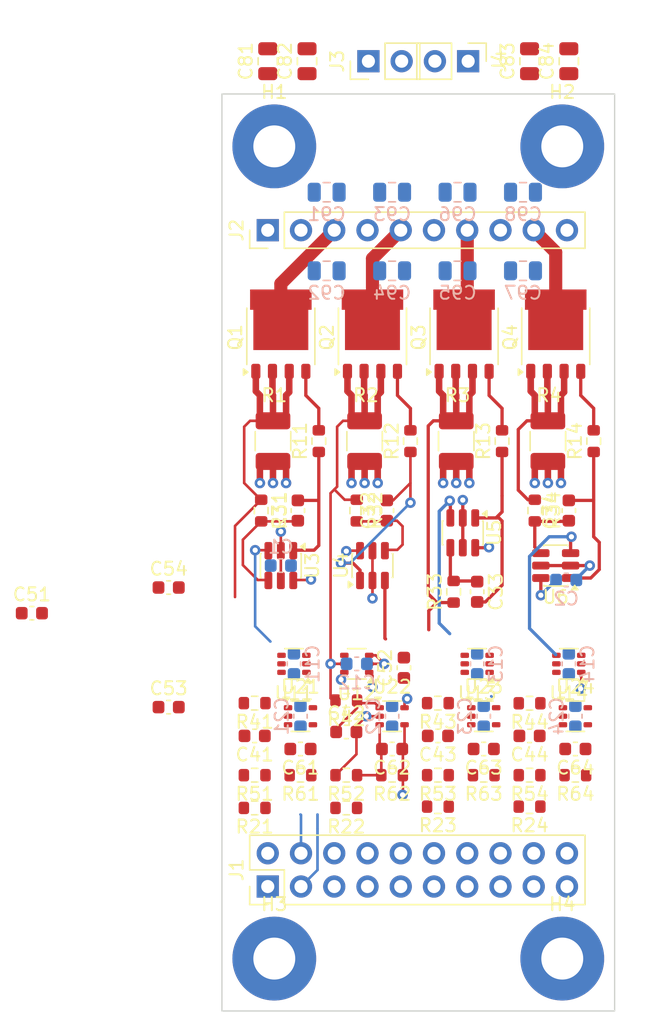
<source format=kicad_pcb>
(kicad_pcb (version 20241229) (generator "pcbnew") (generator_version "9.0")
  (layers (0 "F.Cu" signal) (4 "In1.Cu" power) (6 "In2.Cu" power) (2 "B.Cu" signal) (13 "F.Paste" user) (15 "B.Paste" user) (5 "F.SilkS" user "F.Silkscreen") (7 "B.SilkS" user "B.Silkscreen") (1 "F.Mask" user) (3 "B.Mask" user) (25 "Edge.Cuts" user))
  (net 0 "")
  (net 1 "GND")
  (net 2 "+12V")
  (net 3 "+3.3V")
  (net 4 "/Driver1/FB")
  (net 5 "/Driver1/OUT")
  (net 6 "/Driver2/OUT")
  (net 7 "/Driver2/FB")
  (net 8 "/Driver3/OUT")
  (net 9 "/Driver3/FB")
  (net 10 "/Driver4/FB")
  (net 11 "/Driver4/OUT")
  (net 12 "/Driver1/FILTER")
  (net 13 "/Driver2/FILTER")
  (net 14 "/Driver3/FILTER")
  (net 15 "/Driver4/FILTER")
  (net 16 "/Driver1/FILTER_FB")
  (net 17 "/SENSE1")
  (net 18 "/Driver2/FILTER_FB")
  (net 19 "/SENSE2")
  (net 20 "/Driver3/FILTER_FB")
  (net 21 "/SENSE3")
  (net 22 "/SENSE4")
  (net 23 "/Driver4/FILTER_FB")
  (net 24 "/DAC1")
  (net 25 "/SEL2")
  (net 26 "/SEL3")
  (net 27 "/SEL1")
  (net 28 "/SEL4")
  (net 29 "/LED4")
  (net 30 "/LED1")
  (net 31 "/LED3")
  (net 32 "/LED2")
  (net 33 "/Driver1/GATE")
  (net 34 "/Driver1/SENSE_R")
  (net 35 "/Driver2/SENSE_R")
  (net 36 "/Driver2/GATE")
  (net 37 "/Driver3/SENSE_R")
  (net 38 "/Driver3/GATE")
  (net 39 "/Driver4/SENSE_R")
  (net 40 "/Driver4/GATE")
  (net 41 "/Driver2/REF")
  (net 42 "/Driver1/REF")
  (net 43 "/Driver3/REF")
  (net 44 "/Driver4/REF")
  (net 45 "/DAC2")
  (net 46 "/Connectors/SPARE1")
  (net 47 "/Connectors/SPARE2")
  (footprint "$Local:MountingHole_3.2mm_M3_Pad" (layer "F.Cu") (at 26 -4)
    (property "Reference" "H4")
    (property "Value" "MountingHole_Pad")
  )
  (footprint "$Local:MountingHole_3.2mm_M3_Pad" (layer "F.Cu") (at 4 -4)
    (property "Reference" "H3")
    (property "Value" "MountingHole_Pad")
  )
  (footprint "$Local:R_0603_1608Metric" (layer "F.Cu") (at 23.5 -18 180)
    (property "Reference" "R54")
    (property "Value" "10K 1%")
  )
  (footprint "$Local:C_0603_1608Metric" (layer "F.Cu") (at 12.6 -38.2 90)
    (property "Reference" "C32")
    (property "Value" "1nF 50V")
  )
  (footprint "$Local:C_0603_1608Metric" (layer "F.Cu") (at 27 -20 180)
    (property "Reference" "C64")
    (property "Value" "100nF 50V")
  )
  (footprint "Package_TO_SOT_SMD:TSOT-23-6" (layer "F.Cu") (at 25.5 -34 180)
    (property "Reference" "U6")
    (property "Value" "ADA4099-2xR")
  )
  (footprint "$Local:C_0603_1608Metric" (layer "F.Cu") (at 13.9 -26.2 90)
    (property "Reference" "C52")
    (property "Value" "100pF")
  )
  (footprint "$Local:R_0603_1608Metric" (layer "F.Cu") (at 17.7 -32 90)
    (property "Reference" "R33")
    (property "Value" "1K 1%")
  )
  (footprint "$Local:PinHeader_1x10_P2.54mm_Vertical" (layer "F.Cu") (at 3.5 -59.6 90)
    (property "Reference" "J2")
    (property "Value" "Conn_01x10")
  )
  (footprint "$Local:C_0603_1608Metric" (layer "F.Cu") (at 20 -20 180)
    (property "Reference" "C63")
    (property "Value" "100nF 50V")
  )
  (footprint "Package_TO_SOT_SMD:SOT-353_SC-70-5" (layer "F.Cu") (at 20 -22.5)
    (property "Reference" "U23")
    (property "Value" "OPA333")
  )
  (footprint "$Local:R_0603_1608Metric" (layer "F.Cu") (at 9.5 -18 180)
    (property "Reference" "R52")
    (property "Value" "10K 1%")
  )
  (footprint "$Local:PinHeader_1x02_P2.54mm_Vertical" (layer "F.Cu") (at 11.19 -72.5 90)
    (property "Reference" "J3")
    (property "Value" "Conn_01x02")
  )
  (footprint "$Local:C_0805_2012Metric" (layer "F.Cu") (at 26.5 -72.5 90)
    (property "Reference" "C84")
    (property "Value" "10UF 25V")
  )
  (footprint "$Local:C_0603_1608Metric" (layer "F.Cu") (at 23.5 -21 180)
    (property "Reference" "C44")
    (property "Value" "1uF 50V")
  )
  (footprint "$Local:R_0603_1608Metric" (layer "F.Cu") (at 23.5 -15.6 180)
    (property "Reference" "R24")
    (property "Value" "10K 1%")
  )
  (footprint "$Local:R_0603_1608Metric" (layer "F.Cu") (at 23.9 -38.2 -90)
    (property "Reference" "R34")
    (property "Value" "1K 1%")
  )
  (footprint "$Local:PinHeader_1x02_P2.54mm_Vertical" (layer "F.Cu") (at 18.81 -72.5 -90)
    (property "Reference" "J4")
    (property "Value" "Conn_01x02")
  )
  (footprint "$Local:R_0603_1608Metric" (layer "F.Cu") (at 7.4 -43.5 90)
    (property "Reference" "R11")
    (property "Value" "100 1%")
  )
  (footprint "$Local:R_0603_1608Metric" (layer "F.Cu") (at 16.5 -23.5 180)
    (property "Reference" "R43")
    (property "Value" "10K 1%")
  )
  (footprint "$Local:R_0603_1608Metric" (layer "F.Cu") (at 10.3 -38.2 -90)
    (property "Reference" "R32")
    (property "Value" "1K 1%")
  )
  (footprint "$Local:PinHeader_2x10_P2.54mm_Vertical" (layer "F.Cu") (at 3.5 -9.5 90)
    (property "Reference" "J1")
    (property "Value" "Conn_02x10_Odd_Even")
  )
  (footprint "$Local:R_0603_1608Metric" (layer "F.Cu") (at 23.5 -23.49 180)
    (property "Reference" "R44")
    (property "Value" "10K 1%")
  )
  (footprint "$Local:R_0603_1608Metric" (layer "F.Cu") (at 16.5 -18 180)
    (property "Reference" "R53")
    (property "Value" "10K 1%")
  )
  (footprint "$Local:C_0805_2012Metric" (layer "F.Cu") (at 6.5 -72.5 90)
    (property "Reference" "C82")
    (property "Value" "10UF 25V")
  )
  (footprint "$Local:C_0805_2012Metric" (layer "F.Cu") (at 23.5 -72.5 90)
    (property "Reference" "C83")
    (property "Value" "10UF 25V")
  )
  (footprint "$Local:R_0603_1608Metric" (layer "F.Cu") (at 9.5 -23.7 180)
    (property "Reference" "R42")
    (property "Value" "10K 1%")
  )
  (footprint "$Local:C_0603_1608Metric" (layer "F.Cu") (at 19.5 -32 -90)
    (property "Reference" "C33")
    (property "Value" "1nF 50V")
  )
  (footprint "$Local:C_0603_1608Metric" (layer "F.Cu") (at 9.5 -21.3)
    (property "Reference" "C42")
    (property "Value" "1uF 50V")
  )
  (footprint "$Local:C_0603_1608Metric" (layer "F.Cu") (at 26.5 -38.2 90)
    (property "Reference" "C34")
    (property "Value" "1nF 50V")
  )
  (footprint "Package_TO_SOT_SMD:SOT-353_SC-70-5" (layer "F.Cu") (at 27 -22.5)
    (property "Reference" "U24")
    (property "Value" "OPA333")
  )
  (footprint "$Local:R_0603_1608Metric" (layer "F.Cu") (at 2.5 -23.5 180)
    (property "Reference" "R41")
    (property "Value" "10K 1%")
  )
  (footprint "$Local:R_0603_1608Metric" (layer "F.Cu") (at 3 -38.2 -90)
    (property "Reference" "R31")
    (property "Value" "1K 1%")
  )
  (footprint "$Local:R_0603_1608Metric" (layer "F.Cu") (at 16.5 -15.6 180)
    (property "Reference" "R23")
    (property "Value" "10K 1%")
  )
  (footprint "$Local:C_0603_1608Metric" (layer "F.Cu") (at 2.5 -21 180)
    (property "Reference" "C41")
    (property "Value" "1uF 50V")
  )
  (footprint "$Local:R_0603_1608Metric" (layer "F.Cu") (at 14.4 -43.5 90)
    (property "Reference" "R12")
    (property "Value" "100 1%")
  )
  (footprint "$Local:SOT-363_SC-70-6" (layer "F.Cu") (at 19.5 -26.5 180)
    (property "Reference" "U13")
    (property "Value" "TS5A3159ADCK")
  )
  (footprint "$Local:R_1210_3225Metric_Pad1.30x2.65mm_HandSolder" (layer "F.Cu") (at 24.9 -43.5 -90)
    (property "Reference" "R4")
    (property "Value" "0.510 1%")
  )
  (footprint "$Local:R_0603_1608Metric" (layer "F.Cu") (at 27 -18 180)
    (property "Reference" "R64")
    (property "Value" "90.9K 1%")
  )
  (footprint "$Local:R_0603_1608Metric" (layer "F.Cu") (at 9.5 -15.5 180)
    (property "Reference" "R22")
    (property "Value" "10K 1%")
  )
  (footprint "Package_TO_SOT_SMD:SOT-353_SC-70-5" (layer "F.Cu") (at 13 -22.5)
    (property "Reference" "U22")
    (property "Value" "OPA333")
  )
  (footprint "$Local:C_0603_1608Metric" (layer "F.Cu") (at 13 -20 180)
    (property "Reference" "C62")
    (property "Value" "100nF 50V")
  )
  (footprint "$Local:SOT-363_SC-70-6" (layer "F.Cu") (at 5.5 -26.5 180)
    (property "Reference" "U11")
    (property "Value" "TS5A3159ADCK")
  )
  (footprint "$Local:C_0805_2012Metric" (layer "F.Cu") (at 3.5 -72.5 90)
    (property "Reference" "C81")
    (property "Value" "10UF 25V")
  )
  (footprint "$Local:LFPAK56" (layer "F.Cu") (at 18.5 -51.5 90)
    (property "Reference" "Q3")
    (property "Value" "PSMN4R0-30YLDX")
  )
  (footprint "$Local:R_0603_1608Metric" (layer "F.Cu") (at 21.4 -43.5 90)
    (property "Reference" "R13")
    (property "Value" "100 1%")
  )
  (footprint "$Local:R_1210_3225Metric_Pad1.30x2.65mm_HandSolder" (layer "F.Cu") (at 17.9 -43.5 -90)
    (property "Reference" "R3")
    (property "Value" "0.510 1%")
  )
  (footprint "$Local:R_0603_1608Metric" (layer "F.Cu") (at 13 -18 180)
    (property "Reference" "R62")
    (property "Value" "90.9K 1%")
  )
  (footprint "$Local:MountingHole_3.2mm_M3_Pad" (layer "F.Cu") (at 4 -66)
    (property "Reference" "H1")
    (property "Value" "MountingHole_Pad")
  )
  (footprint "$Local:C_0603_1608Metric" (layer "F.Cu") (at 6 -20 180)
    (property "Reference" "C61")
    (property "Value" "100nF 50V")
  )
  (footprint "$Local:R_0603_1608Metric" (layer "F.Cu") (at 28.4 -43.5 90)
    (property "Reference" "R14")
    (property "Value" "100 1%")
  )
  (footprint "$Local:C_0603_1608Metric" (layer "F.Cu") (at 16.5 -21 180)
    (property "Reference" "C43")
    (property "Value" "1uF 50V")
  )
  (footprint "$Local:SOT-363_SC-70-6" (layer "F.Cu") (at 26.5 -26.5 180)
    (property "Reference" "U14")
    (property "Value" "TS5A3159ADCK")
  )
  (footprint "$Local:R_1210_3225Metric_Pad1.30x2.65mm_HandSolder" (layer "F.Cu") (at 10.9 -43.5 -90)
    (property "Reference" "R2")
    (property "Value" "0.510 1%")
  )
  (footprint "$Local:C_0603_1608Metric" (layer "F.Cu") (at -4.07 -23.195)
    (property "Reference" "C53")
    (property "Value" "100pF")
  )
  (footprint "$Local:SOT-363_SC-70-6" (layer "F.Cu") (at 10.3 -26.5 180)
    (property "Reference" "U12")
    (property "Value" "TS5A3159ADCK")
  )
  (footprint "$Local:C_0603_1608Metric" (layer "F.Cu") (at 5.8 -38.2 90)
    (property "Reference" "C31")
    (property "Value" "1nF 50V")
  )
  (footprint "Package_TO_SOT_SMD:SOT-353_SC-70-5" (layer "F.Cu") (at 6 -22.5)
    (property "Reference" "U21")
    (property "Value" "OPA333")
  )
  (footprint "Package_TO_SOT_SMD:TSOT-23-6" (layer "F.Cu") (at 11.5 -34 90)
    (property "Reference" "U4")
    (property "Value" "ADA4099-2xR")
  )
  (footprint "Package_TO_SOT_SMD:TSOT-23-6" (layer "F.Cu") (at 18.4 -36.5 -90)
    (property "Reference" "U5")
    (property "Value" "ADA4099-2xR")
  )
  (footprint "$Local:R_0603_1608Metric" (layer "F.Cu") (at 6 -18 180)
    (property "Reference" "R61")
    (property "Value" "90.9K 1%")
  )
  (footprint "Package_TO_SOT_SMD:TSOT-23-6" (layer "F.Cu") (at 4.5 -34 -90)
    (property "Reference" "U3")
    (property "Value" "ADA4099-2xR")
  )
  (footprint "$Local:MountingHole_3.2mm_M3_Pad" (layer "F.Cu") (at 26 -66)
    (property "Reference" "H2")
    (property "Value" "MountingHole_Pad")
  )
  (footprint "$Local:R_0603_1608Metric" (layer "F.Cu") (at 2.5 -15.5 180)
    (property "Reference" "R21")
    (property "Value" "10K 1%")
  )
  (footprint "$Local:R_0603_1608Metric" (layer "F.Cu") (at 2.5 -18 180)
    (property "Reference" "R51")
    (property "Value" "10K 1%")
  )
  (footprint "$Local:LFPAK56" (layer "F.Cu") (at 11.5 -51.5 90)
    (property "Reference" "Q2")
    (property "Value" "PSMN4R0-30YLDX")
  )
  (footprint "$Local:LFPAK56" (layer "F.Cu") (at 4.5 -51.5 90)
    (property "Reference" "Q1")
    (property "Value" "PSMN4R0-30YLDX")
  )
  (footprint "$Local:R_0603_1608Metric" (layer "F.Cu") (at 20 -18 180)
    (property "Reference" "R63")
    (property "Value" "90.9K 1%")
  )
  (footprint "$Local:R_1210_3225Metric_Pad1.30x2.65mm_HandSolder" (layer "F.Cu") (at 3.9 -43.5 -90)
    (property "Reference" "R1")
    (property "Value" "0.510 1%")
  )
  (footprint "$Local:C_0603_1608Metric" (layer "F.Cu") (at -14.52 -30.365)
    (property "Reference" "C51")
    (property "Value" "100pF")
  )
  (footprint "$Local:LFPAK56" (layer "F.Cu") (at 25.5 -51.5 90)
    (property "Reference" "Q4")
    (property "Value" "PSMN4R0-30YLDX")
  )
  (footprint "$Local:C_0603_1608Metric" (layer "F.Cu") (at -4.07 -32.325)
    (property "Reference" "C54")
    (property "Value" "100pF")
  )
  (footprint "$Local:C_0603_1608Metric" (layer "B.Cu") (at 13 -22.5 -90)
    (property "Reference" "C22")
    (property "Value" "100nF 50V")
  )
  (footprint "$Local:C_0603_1608Metric" (layer "B.Cu") (at 26.5 -26.5 90)
    (property "Reference" "C14")
    (property "Value" "100nF 50V")
  )
  (footprint "$Local:C_0805_2012Metric" (layer "B.Cu") (at 18 -56.5)
    (property "Reference" "C95")
    (property "Value" "10UF 25V")
  )
  (footprint "$Local:C_0603_1608Metric" (layer "B.Cu") (at 19.5 -26.5 90)
    (property "Reference" "C13")
    (property "Value" "100nF 50V")
  )
  (footprint "$Local:C_0603_1608Metric" (layer "B.Cu") (at 10.3 -26.5)
    (property "Reference" "C12")
    (property "Value" "100nF 50V")
  )
  (footprint "$Local:C_0805_2012Metric" (layer "B.Cu") (at 13 -62.5)
    (property "Reference" "C93")
    (property "Value" "10UF 25V")
  )
  (footprint "$Local:C_0805_2012Metric" (layer "B.Cu") (at 13 -56.5)
    (property "Reference" "C94")
    (property "Value" "10UF 25V")
  )
  (footprint "$Local:C_0603_1608Metric" (layer "B.Cu") (at 27 -22.5 -90)
    (property "Reference" "C24")
    (property "Value" "100nF 50V")
  )
  (footprint "$Local:C_0603_1608Metric" (layer "B.Cu") (at 5.5 -26.5 90)
    (property "Reference" "C11")
    (property "Value" "100nF 50V")
  )
  (footprint "$Local:C_0603_1608Metric" (layer "B.Cu") (at 26.3 -32.9)
    (property "Reference" "C2")
    (property "Value" "100nF 50V")
  )
  (footprint "$Local:C_0805_2012Metric" (layer "B.Cu") (at 8 -62.5)
    (property "Reference" "C91")
    (property "Value" "10UF 25V")
  )
  (footprint "$Local:C_0805_2012Metric" (layer "B.Cu") (at 23 -62.5)
    (property "Reference" "C98")
    (property "Value" "10UF 25V")
  )
  (footprint "$Local:C_0603_1608Metric" (layer "B.Cu") (at 20 -22.5 -90)
    (property "Reference" "C23")
    (property "Value" "100nF 50V")
  )
  (footprint "$Local:C_0805_2012Metric" (layer "B.Cu") (at 8 -56.5)
    (property "Reference" "C92")
    (property "Value" "10UF 25V")
  )
  (footprint "$Local:C_0603_1608Metric" (layer "B.Cu") (at 6 -22.5 -90)
    (property "Reference" "C21")
    (property "Value" "100nF 50V")
  )
  (footprint "$Local:C_0805_2012Metric" (layer "B.Cu") (at 18 -62.5)
    (property "Reference" "C96")
    (property "Value" "10UF 25V")
  )
  (footprint "$Local:C_0603_1608Metric" (layer "B.Cu") (at 4.5 -34 180)
    (property "Reference" "C1")
    (property "Value" "100nF 50V")
  )
  (footprint "$Local:C_0805_2012Metric" (layer "B.Cu") (at 23 -56.5)
    (property "Reference" "C97")
    (property "Value" "10UF 25V")
  )
  (gr_rect (start 0 -70) (end 30 0) (stroke (width 0.1)) (fill no) (layer "Edge.Cuts"))
  (segment (start 11.5 -35.1375) (end 11.5 -32.8625) (width 0.2) (layer "F.Cu") (net 1))
  (segment (start 11.5 -32.8625) (end 11.5 -31.5) (width 0.2) (layer "F.Cu") (net 1))
  (segment (start 10.275 -21) (end 10.275 -19.6) (width 0.2) (layer "F.Cu") (net 1))
  (segment (start 4.5 -35.175) (end 4.5 -36.6) (width 0.2) (layer "F.Cu") (net 1))
  (segment (start 25.9 -42) (end 25.9 -40.3) (width 0.5) (layer "F.Cu") (net 1))
  (segment (start 11.75 -27.15) (end 12.4 -26.5) (width 0.2) (layer "F.Cu") (net 1))
  (segment (start 11.9 -42) (end 11.9 -40.3) (width 0.5) (layer "F.Cu") (net 1))
  (segment (start 26.6375 -34) (end 28.1 -34) (width 0.25) (layer "F.Cu") (net 1))
  (segment (start 10.275 -21) (end 10.275 -21.75) (width 0.2) (layer "F.Cu") (net 1))
  (segment (start 17.9 -42) (end 17.9 -40.3) (width 0.5) (layer "F.Cu") (net 1))
  (segment (start 10.275 -21.75) (end 11.025 -22.5) (width 0.2) (layer "F.Cu") (net 1))
  (segment (start 10.275 -19.6) (end 8.675 -18) (width 0.2) (layer "F.Cu") (net 1))
  (segment (start 2.9 -42) (end 2.9 -40.3) (width 0.5) (layer "F.Cu") (net 1))
  (segment (start 4.5 -35.1375) (end 4.5 -32.8625) (width 0.2) (layer "F.Cu") (net 1))
  (segment (start 3.9 -42) (end 3.9 -40.3) (width 0.5) (layer "F.Cu") (net 1))
  (segment (start 26.6375 -34) (end 24.3625 -34) (width 0.25) (layer "F.Cu") (net 1))
  (segment (start 12.05 -22.5) (end 11.025 -22.5) (width 0.2) (layer "F.Cu") (net 1))
  (segment (start 16.9 -42) (end 16.9 -40.3) (width 0.5) (layer "F.Cu") (net 1))
  (segment (start 10.9 -42) (end 10.9 -40.3) (width 0.5) (layer "F.Cu") (net 1))
  (segment (start 9.9 -42) (end 9.9 -40.3) (width 0.5) (layer "F.Cu") (net 1))
  (segment (start 18.4 -37.6375) (end 18.4 -35.3625) (width 0.25) (layer "F.Cu") (net 1))
  (segment (start 24.9 -42) (end 24.9 -40.3) (width 0.5) (layer "F.Cu") (net 1))
  (segment (start 23.9 -42) (end 23.9 -40.3) (width 0.5) (layer "F.Cu") (net 1))
  (segment (start 11.25 -27.15) (end 11.75 -27.15) (width 0.2) (layer "F.Cu") (net 1))
  (segment (start 18.4 -37.6375) (end 18.4 -39) (width 0.25) (layer "F.Cu") (net 1))
  (segment (start 18.9 -42) (end 18.9 -40.3) (width 0.5) (layer "F.Cu") (net 1))
  (segment (start 11.25 -26.5) (end 12.4 -26.5) (width 0.2) (layer "F.Cu") (net 1))
  (segment (start 4.9 -42) (end 4.9 -40.3) (width 0.5) (layer "F.Cu") (net 1))
  (via (at 12.4 -26.5) (size 0.8) (drill 0.4) (layers "F.Cu" "B.Cu") (net 1))
  (via (at 17.9 -40.3) (size 0.8) (drill 0.4) (layers "F.Cu" "B.Cu") (net 1))
  (via (at 11.5 -31.5) (size 0.8) (drill 0.4) (layers "F.Cu" "B.Cu") (net 1))
  (via (at 16.9 -40.3) (size 0.8) (drill 0.4) (layers "F.Cu" "B.Cu") (net 1))
  (via (at 4.5 -36.6) (size 0.8) (drill 0.4) (layers "F.Cu" "B.Cu") (net 1))
  (via (at 28.1 -34) (size 0.8) (drill 0.4) (layers "F.Cu" "B.Cu") (net 1))
  (via (at 24.9 -40.3) (size 0.8) (drill 0.4) (layers "F.Cu" "B.Cu") (net 1))
  (via (at 11.025 -22.5) (size 0.8) (drill 0.4) (layers "F.Cu" "B.Cu") (net 1))
  (via (at 11.9 -40.3) (size 0.8) (drill 0.4) (layers "F.Cu" "B.Cu") (net 1))
  (via (at 9.9 -40.3) (size 0.8) (drill 0.4) (layers "F.Cu" "B.Cu") (net 1))
  (via (at 4.9 -40.3) (size 0.8) (drill 0.4) (layers "F.Cu" "B.Cu") (net 1))
  (via (at 3.9 -40.3) (size 0.8) (drill 0.4) (layers "F.Cu" "B.Cu") (net 1))
  (via (at 18.9 -40.3) (size 0.8) (drill 0.4) (layers "F.Cu" "B.Cu") (net 1))
  (via (at 18.4 -39) (size 0.8) (drill 0.4) (layers "F.Cu" "B.Cu") (net 1))
  (via (at 10.9 -40.3) (size 0.8) (drill 0.4) (layers "F.Cu" "B.Cu") (net 1))
  (via (at 23.9 -40.3) (size 0.8) (drill 0.4) (layers "F.Cu" "B.Cu") (net 1))
  (via (at 25.9 -40.3) (size 0.8) (drill 0.4) (layers "F.Cu" "B.Cu") (net 1))
  (via (at 2.9 -40.3) (size 0.8) (drill 0.4) (layers "F.Cu" "B.Cu") (net 1))
  (segment (start 27.075 -32.9) (end 27.075 -32.975) (width 0.25) (layer "B.Cu") (net 1))
  (segment (start 27.075 -32.975) (end 28.1 -34) (width 0.25) (layer "B.Cu") (net 1))
  (segment (start 20.3625 -35.3625) (end 20.4 -35.4) (width 0.25) (layer "F.Cu") (net 2))
  (segment (start 24.3625 -31.7375) (end 24.4 -31.7) (width 0.25) (layer "F.Cu") (net 2))
  (segment (start 9.5375 -35.1375) (end 9.5 -35.1) (width 0.2) (layer "F.Cu") (net 2))
  (segment (start 10.55 -35.1375) (end 9.5375 -35.1375) (width 0.2) (layer "F.Cu") (net 2))
  (segment (start 19.35 -35.3625) (end 20.3625 -35.3625) (width 0.25) (layer "F.Cu") (net 2))
  (segment (start 6.7625 -32.9) (end 6.8 -32.9375) (width 0.2) (layer "F.Cu") (net 2))
  (segment (start 5.45 -32.9) (end 6.7625 -32.9) (width 0.2) (layer "F.Cu") (net 2))
  (segment (start 24.3625 -33.05) (end 24.3625 -31.7375) (width 0.25) (layer "F.Cu") (net 2))
  (via (at 9.5 -35.1) (size 0.8) (drill 0.4) (layers "F.Cu" "B.Cu") (net 2))
  (via (at 20.4 -35.4) (size 0.8) (drill 0.4) (layers "F.Cu" "B.Cu") (net 2))
  (via (at 6.8 -32.9375) (size 0.8) (drill 0.4) (layers "F.Cu" "B.Cu") (net 2))
  (via (at 24.3625 -31.7375) (size 0.8) (drill 0.4) (layers "F.Cu" "B.Cu") (net 2))
  (segment (start 25.525 -32.9) (end 24.3625 -31.7375) (width 0.25) (layer "B.Cu") (net 2))
  (segment (start 9.35 -26.5) (end 8.3 -26.5) (width 0.2) (layer "F.Cu") (net 3))
  (segment (start 13.95 -23.984636) (end 14.032682 -24.067318) (width 0.2) (layer "F.Cu") (net 3))
  (segment (start 14.150833 -23.949167) (end 14.150833 -23.833389) (width 0.2) (layer "F.Cu") (net 3))
  (segment (start 14.032682 -24.067318) (end 14.150833 -23.949167) (width 0.2) (layer "F.Cu") (net 3))
  (segment (start 13.95 -23.15) (end 13.95 -23.984636) (width 0.2) (layer "F.Cu") (net 3))
  (via (at 8.3 -26.5) (size 0.8) (drill 0.4) (layers "F.Cu" "B.Cu") (net 3))
  (via (at 14.150833 -23.833389) (size 0.8) (drill 0.4) (layers "F.Cu" "B.Cu") (net 3))
  (segment (start 1.6 -35.975) (end 3 -37.375) (width 0.2) (layer "F.Cu") (net 4))
  (segment (start 3.55 -32.9) (end 2.7375 -32.9) (width 0.2) (layer "F.Cu") (net 4))
  (segment (start 2.7375 -32.9) (end 1.6 -34.0375) (width 0.2) (layer "F.Cu") (net 4))
  (segment (start 3 -37.375) (end 5.75 -37.375) (width 0.2) (layer "F.Cu") (net 4))
  (segment (start 5.75 -37.375) (end 5.8 -37.425) (width 0.2) (layer "F.Cu") (net 4))
  (segment (start 1.6 -34.0375) (end 1.6 -35.975) (width 0.2) (layer "F.Cu") (net 4))
  (segment (start 7.375 -38.975) (end 7.4 -39) (width 0.25) (layer "F.Cu") (net 5))
  (segment (start 5.45 -35.175) (end 7.0375 -35.175) (width 0.25) (layer "F.Cu") (net 5))
  (segment (start 7.0375 -35.175) (end 7.4 -35.5375) (width 0.25) (layer "F.Cu") (net 5))
  (segment (start 5.8 -38.975) (end 7.375 -38.975) (width 0.25) (layer "F.Cu") (net 5))
  (segment (start 7.4 -39) (end 7.4 -42.675) (width 0.25) (layer "F.Cu") (net 5))
  (segment (start 7.4 -35.5375) (end 7.4 -39) (width 0.25) (layer "F.Cu") (net 5))
  (segment (start 10.013814 -34.186186) (end 9.09386 -34.186186) (width 0.25) (layer "F.Cu") (net 6))
  (segment (start 13.075 -38.975) (end 12.6 -38.975) (width 0.2) (layer "F.Cu") (net 6))
  (segment (start 14.4 -40.3) (end 14 -39.9) (width 0.2) (layer "F.Cu") (net 6))
  (segment (start 14.4 -40.3) (end 14.4 -38.8) (width 0.2) (layer "F.Cu") (net 6))
  (segment (start 10.55 -33.65) (end 10.013814 -34.186186) (width 0.25) (layer "F.Cu") (net 6))
  (segment (start 10.55 -32.8625) (end 10.55 -33.65) (width 0.25) (layer "F.Cu") (net 6))
  (segment (start 14 -39.9) (end 13.075 -38.975) (width 0.2) (layer "F.Cu") (net 6))
  (segment (start 14.4 -42.675) (end 14.4 -40.3) (width 0.2) (layer "F.Cu") (net 6))
  (via (at 14.4 -38.8) (size 0.8) (drill 0.4) (layers "F.Cu" "B.Cu") (net 6))
  (via (at 9.09386 -34.186186) (size 0.8) (drill 0.4) (layers "F.Cu" "B.Cu") (net 6))
  (segment (start 9.1 -34.192326) (end 9.09386 -34.186186) (width 0.2) (layer "B.Cu") (net 6))
  (segment (start 9.1 -34.2) (end 9.1 -34.192326) (width 0.2) (layer "B.Cu") (net 6))
  (segment (start 9.8 -34.2) (end 9.1 -34.2) (width 0.2) (layer "B.Cu") (net 6))
  (segment (start 14.4 -38.8) (end 9.8 -34.2) (width 0.2) (layer "B.Cu") (net 6))
  (segment (start 13.8 -37) (end 13.8 -35.6) (width 0.2) (layer "F.Cu") (net 7))
  (segment (start 13.375 -37.425) (end 13.8 -37) (width 0.2) (layer "F.Cu") (net 7))
  (segment (start 13.4 -35.2) (end 12.5125 -35.2) (width 0.2) (layer "F.Cu") (net 7))
  (segment (start 12.5125 -35.2) (end 12.45 -35.1375) (width 0.2) (layer "F.Cu") (net 7))
  (segment (start 12.6 -37.425) (end 13.375 -37.425) (width 0.2) (layer "F.Cu") (net 7))
  (segment (start 12.55 -37.375) (end 12.6 -37.425) (width 0.2) (layer "F.Cu") (net 7))
  (segment (start 10.3 -37.375) (end 12.55 -37.375) (width 0.2) (layer "F.Cu") (net 7))
  (segment (start 13.8 -35.6) (end 13.4 -35.2) (width 0.2) (layer "F.Cu") (net 7))
  (segment (start 21.1625 -37.6375) (end 21.4 -37.4) (width 0.25) (layer "F.Cu") (net 8))
  (segment (start 21.4 -38.1) (end 21.4 -39.33) (width 0.25) (layer "F.Cu") (net 8))
  (segment (start 20.9375 -37.6375) (end 21.4 -38.1) (width 0.25) (layer "F.Cu") (net 8))
  (segment (start 21.4 -37.4) (end 21.4 -32.5) (width 0.25) (layer "F.Cu") (net 8))
  (segment (start 19.35 -37.6375) (end 20.9375 -37.6375) (width 0.25) (layer "F.Cu") (net 8))
  (segment (start 21.4 -42.675) (end 21.4 -39.33) (width 0.25) (layer "F.Cu") (net 8))
  (segment (start 20.125 -31.225) (end 19.5 -31.225) (width 0.25) (layer "F.Cu") (net 8))
  (segment (start 20.9375 -37.6375) (end 21.1625 -37.6375) (width 0.25) (layer "F.Cu") (net 8))
  (segment (start 21.4 -32.5) (end 20.125 -31.225) (width 0.25) (layer "F.Cu") (net 8))
  (segment (start 19.45 -32.825) (end 19.5 -32.775) (width 0.25) (layer "F.Cu") (net 9))
  (segment (start 17.7 -32.825) (end 19.45 -32.825) (width 0.25) (layer "F.Cu") (net 9))
  (segment (start 17.45 -35.3625) (end 17.45 -33.075) (width 0.25) (layer "F.Cu") (net 9))
  (segment (start 17.45 -33.075) (end 17.7 -32.825) (width 0.25) (layer "F.Cu") (net 9))
  (segment (start 23.9 -37.375) (end 26.45 -37.375) (width 0.25) (layer "F.Cu") (net 10))
  (segment (start 26.45 -37.375) (end 26.5 -37.425) (width 0.25) (layer "F.Cu") (net 10))
  (segment (start 23.9 -35.4125) (end 23.9 -37.375) (width 0.25) (layer "F.Cu") (net 10))
  (segment (start 24.3625 -34.95) (end 23.9 -35.4125) (width 0.25) (layer "F.Cu") (net 10))
  (segment (start 28.375 -38.975) (end 28.4 -39) (width 0.25) (layer "F.Cu") (net 11))
  (segment (start 26.6375 -33.05) (end 28.17672 -33.05) (width 0.25) (layer "F.Cu") (net 11))
  (segment (start 28.4 -39) (end 28.4 -36.2) (width 0.25) (layer "F.Cu") (net 11))
  (segment (start 28.826 -33.69928) (end 28.826 -35.774) (width 0.25) (layer "F.Cu") (net 11))
  (segment (start 28.4 -42.675) (end 28.4 -39) (width 0.25) (layer "F.Cu") (net 11))
  (segment (start 26.5 -38.975) (end 28.375 -38.975) (width 0.25) (layer "F.Cu") (net 11))
  (segment (start 28.17672 -33.05) (end 28.826 -33.69928) (width 0.25) (layer "F.Cu") (net 11))
  (segment (start 28.826 -35.774) (end 28.4 -36.2) (width 0.25) (layer "F.Cu") (net 11))
  (segment (start 8.725 -21.525) (end 8.725 -21) (width 0.2) (layer "F.Cu") (net 13))
  (segment (start 11.7 -23.5) (end 12.05 -23.15) (width 0.2) (layer "F.Cu") (net 13))
  (segment (start 10.325 -23.5) (end 10.325 -23.125) (width 0.2) (layer "F.Cu") (net 13))
  (segment (start 10.325 -23.125) (end 8.725 -21.525) (width 0.2) (layer "F.Cu") (net 13))
  (segment (start 10.325 -23.5) (end 11.7 -23.5) (width 0.2) (layer "F.Cu") (net 13))
  (segment (start 12.05 -21.85) (end 12.05 -20.175) (width 0.2) (layer "F.Cu") (net 18))
  (segment (start 12.05 -20.175) (end 12.225 -20) (width 0.2) (layer "F.Cu") (net 18))
  (segment (start 12.175 -19.95) (end 12.225 -20) (width 0.2) (layer "F.Cu") (net 18))
  (segment (start 10.325 -18) (end 12.175 -18) (width 0.2) (layer "F.Cu") (net 18))
  (segment (start 12.175 -18) (end 12.175 -19.95) (width 0.2) (layer "F.Cu") (net 18))
  (segment (start 13.825 -16.525) (end 13.8 -16.5) (width 0.2) (layer "F.Cu") (net 19))
  (segment (start 13.825 -18) (end 13.825 -16.525) (width 0.2) (layer "F.Cu") (net 19))
  (segment (start 13.95 -20.175) (end 13.775 -20) (width 0.2) (layer "F.Cu") (net 19))
  (segment (start 13.95 -21.85) (end 13.95 -20.175) (width 0.2) (layer "F.Cu") (net 19))
  (segment (start 13.825 -18) (end 13.825 -19.95) (width 0.2) (layer "F.Cu") (net 19))
  (segment (start 13.825 -19.95) (end 13.775 -20) (width 0.2) (layer "F.Cu") (net 19))
  (via (at 13.8 -16.5) (size 0.8) (drill 0.4) (layers "F.Cu" "B.Cu") (net 19))
  (segment (start 7.3 -13.9) (end 7.3 -15) (width 0.2) (layer "B.Cu") (net 24))
  (segment (start 20.574 -24.026) (end 20.6 -24) (width 0.2) (layer "B.Cu") (net 24))
  (segment (start 7.3 -10.76) (end 7.3 -13.9) (width 0.2) (layer "B.Cu") (net 24))
  (segment (start 6.04 -9.5) (end 7.3 -10.76) (width 0.2) (layer "B.Cu") (net 24))
  (segment (start 9.1 -25.6) (end 9.1 -25.3) (width 0.2) (layer "F.Cu") (net 25))
  (segment (start 9.35 -25.85) (end 9.175 -25.675) (width 0.2) (layer "F.Cu") (net 25))
  (segment (start 9.35 -25.85) (end 9.1 -25.6) (width 0.2) (layer "F.Cu") (net 25))
  (via (at 9.1 -25.3) (size 0.8) (drill 0.4) (layers "F.Cu" "B.Cu") (net 25))
  (segment (start 23.82 -59.6) (end 25.5 -57.92) (width 1) (layer "F.Cu") (net 29))
  (segment (start 25.5 -57.92) (end 25.5 -52.1) (width 1) (layer "F.Cu") (net 29))
  (segment (start 8.58 -59.6) (end 4.5 -55.52) (width 1) (layer "F.Cu") (net 30))
  (segment (start 4.5 -55.52) (end 4.5 -52.1) (width 1) (layer "F.Cu") (net 30))
  (segment (start 18.74 -52.34) (end 18.5 -52.1) (width 1) (layer "F.Cu") (net 31))
  (segment (start 18.74 -59.6) (end 18.74 -52.34) (width 1) (layer "F.Cu") (net 31))
  (segment (start 13.66 -59.6) (end 11.5 -57.44) (width 1) (layer "F.Cu") (net 32))
  (segment (start 11.5 -57.44) (end 11.5 -52.1) (width 1) (layer "F.Cu") (net 32))
  (segment (start 6.41 -46.99) (end 7.4 -46) (width 0.25) (layer "F.Cu") (net 33))
  (segment (start 7.4 -46) (end 7.4 -44.325) (width 0.25) (layer "F.Cu") (net 33))
  (segment (start 6.41 -48.83) (end 6.41 -46.99) (width 0.25) (layer "F.Cu") (net 33))
  (segment (start 1 -37.025) (end 1 -36.8) (width 0.2) (layer "F.Cu") (net 34))
  (segment (start 3.9 -45.05) (end 4.85 -45.05) (width 0.5) (layer "F.Cu") (net 34))
  (segment (start 5.14 -48.83) (end 5.14 -47.24) (width 0.5) (layer "F.Cu") (net 34))
  (segment (start 1.7 -44.6) (end 2.15 -45.05) (width 0.2) (layer "F.Cu") (net 34))
  (segment (start 2.15 -45.05) (end 3.9 -45.05) (width 0.2) (layer "F.Cu") (net 34))
  (segment (start 1 -36.8) (end 1 -31.6) (width 0.2) (layer "F.Cu") (net 34))
  (segment (start 4.85 -45.05) (end 4.9 -45.1) (width 0.5) (layer "F.Cu") (net 34))
  (segment (start 2.59 -48.83) (end 2.59 -47.31) (width 0.5) (layer "F.Cu") (net 34))
  (segment (start 3 -39.025) (end 2.975 -39.025) (width 0.2) (layer "F.Cu") (net 34))
  (segment (start 3.86 -48.83) (end 3.86 -47.04) (width 0.5) (layer "F.Cu") (net 34))
  (segment (start 1.7 -40.3) (end 1.7 -44.6) (width 0.2) (layer "F.Cu") (net 34))
  (segment (start 3 -39.025) (end 1 -37.025) (width 0.2) (layer "F.Cu") (net 34))
  (segment (start 3.9 -45.05) (end 3.9 -47) (width 0.5) (layer "F.Cu") (net 34))
  (segment (start 3.86 -47.04) (end 3.9 -47) (width 0.5) (layer "F.Cu") (net 34))
  (segment (start 3.9 -45.05) (end 2.95 -45.05) (width 0.5) (layer "F.Cu") (net 34))
  (segment (start 2.59 -47.31) (end 2.9 -47) (width 0.5) (layer "F.Cu") (net 34))
  (segment (start 2.9 -45.1) (end 2.9 -47) (width 0.5) (layer "F.Cu") (net 34))
  (segment (start 2.975 -39.025) (end 1.7 -40.3) (width 0.2) (layer "F.Cu") (net 34))
  (segment (start 4.9 -45.1) (end 4.9 -47) (width 0.5) (layer "F.Cu") (net 34))
  (segment (start 2.95 -45.05) (end 2.9 -45.1) (width 0.5) (layer "F.Cu") (net 34))
  (segment (start 5.14 -47.24) (end 4.9 -47) (width 0.5) (layer "F.Cu") (net 34))
  (segment (start 10.86 -47.04) (end 10.9 -47) (width 0.5) (layer "F.Cu") (net 35))
  (segment (start 8.299 -39.524) (end 8.299 -23.876) (width 0.2) (layer "F.Cu") (net 35))
  (segment (start 10.9 -47) (end 10.9 -45.05) (width 0.5) (layer "F.Cu") (net 35))
  (segment (start 8.299 -23.876) (end 8.675 -23.5) (width 0.2) (layer "F.Cu") (net 35))
  (segment (start 8.8 -40.025) (end 8.5875 -39.8125) (width 0.2) (layer "F.Cu") (net 35))
  (segment (start 11.85 -45.05) (end 11.9 -45.1) (width 0.5) (layer "F.Cu") (net 35))
  (segment (start 12.14 -48.83) (end 12.14 -47.24) (width 0.5) (layer "F.Cu") (net 35))
  (segment (start 9.375 -39.025) (end 8.5875 -39.8125) (width 0.2) (layer "F.Cu") (net 35))
  (segment (start 9.25 -45.05) (end 10.9 -45.05) (width 0.2) (layer "F.Cu") (net 35))
  (segment (start 10.9 -45.05) (end 9.95 -45.05) (width 0.5) (layer "F.Cu") (net 35))
  (segment (start 8.5875 -39.8125) (end 8.299 -39.524) (width 0.2) (layer "F.Cu") (net 35))
  (segment (start 8.8 -44.6) (end 9.25 -45.05) (width 0.2) (layer "F.Cu") (net 35))
  (segment (start 10.86 -48.83) (end 10.86 -47.04) (width 0.5) (layer "F.Cu") (net 35))
  (segment (start 9.59 -48.83) (end 9.59 -47.31) (width 0.5) (layer "F.Cu") (net 35))
  (segment (start 8.8 -40.025) (end 8.8 -44.6) (width 0.2) (layer "F.Cu") (net 35))
  (segment (start 10.9 -45.05) (end 11.85 -45.05) (width 0.5) (layer "F.Cu") (net 35))
  (segment (start 11.9 -45.1) (end 11.9 -47) (width 0.5) (layer "F.Cu") (net 35))
  (segment (start 9.95 -45.05) (end 9.9 -45.1) (width 0.5) (layer "F.Cu") (net 35))
  (segment (start 9.9 -45.1) (end 9.9 -47) (width 0.5) (layer "F.Cu") (net 35))
  (segment (start 10.3 -39.025) (end 9.375 -39.025) (width 0.2) (layer "F.Cu") (net 35))
  (segment (start 12.14 -47.24) (end 11.9 -47) (width 0.5) (layer "F.Cu") (net 35))
  (segment (start 9.59 -47.31) (end 9.9 -47) (width 0.5) (layer "F.Cu") (net 35))
  (segment (start 13.41 -46.99) (end 14.4 -46) (width 0.25) (layer "F.Cu") (net 36))
  (segment (start 14.4 -46) (end 14.4 -44.325) (width 0.25) (layer "F.Cu") (net 36))
  (segment (start 13.41 -48.83) (end 13.41 -46.99) (width 0.25) (layer "F.Cu") (net 36))
  (segment (start 16.9 -45.1) (end 16.9 -47) (width 0.5) (layer "F.Cu") (net 37))
  (segment (start 15.8 -30.55) (end 15.8 -29.1) (width 0.25) (layer "F.Cu") (net 37))
  (segment (start 16.425 -31.175) (end 15.8 -30.55) (width 0.25) (layer "F.Cu") (net 37))
  (segment (start 16.59 -47.31) (end 16.9 -47) (width 0.5) (layer "F.Cu") (net 37))
  (segment (start 16.425 -31.175) (end 15.76 -31.84) (width 0.25) (layer "F.Cu") (net 37))
  (segment (start 15.76 -31.84) (end 15.76 -44.66) (width 0.25) (layer "F.Cu") (net 37))
  (segment (start 18.9 -45.1) (end 18.9 -47) (width 0.5) (layer "F.Cu") (net 37))
  (segment (start 19.14 -48.83) (end 19.14 -47.24) (width 0.5) (layer "F.Cu") (net 37))
  (segment (start 17.9 -45.05) (end 17.9 -47) (width 0.5) (layer "F.Cu") (net 37))
  (segment (start 17.7 -31.175) (end 16.425 -31.175) (width 0.25) (layer "F.Cu") (net 37))
  (segment (start 18.85 -45.05) (end 18.9 -45.1) (width 0.5) (layer "F.Cu") (net 37))
  (segment (start 17.9 -45.05) (end 18.85 -45.05) (width 0.5) (layer "F.Cu") (net 37))
  (segment (start 16.59 -48.83) (end 16.59 -47.31) (width 0.5) (layer "F.Cu") (net 37))
  (segment (start 19.14 -47.24) (end 18.9 -47) (width 0.5) (layer "F.Cu") (net 37))
  (segment (start 15.76 -44.66) (end 16.15 -45.05) (width 0.25) (layer "F.Cu") (net 37))
  (segment (start 17.86 -47.04) (end 17.9 -47) (width 0.5) (layer "F.Cu") (net 37))
  (segment (start 17.86 -48.83) (end 17.86 -47.04) (width 0.5) (layer "F.Cu") (net 37))
  (segment (start 17.9 -45.05) (end 16.95 -45.05) (width 0.5) (layer "F.Cu") (net 37))
  (segment (start 16.15 -45.05) (end 17.9 -45.05) (width 0.25) (layer "F.Cu") (net 37))
  (segment (start 16.95 -45.05) (end 16.9 -45.1) (width 0.5) (layer "F.Cu") (net 37))
  (segment (start 21.4 -46) (end 21.4 -44.325) (width 0.25) (layer "F.Cu") (net 38))
  (segment (start 20.41 -46.99) (end 21.4 -46) (width 0.25) (layer "F.Cu") (net 38))
  (segment (start 20.41 -48.83) (end 20.41 -46.99) (width 0.25) (layer "F.Cu") (net 38))
  (segment (start 24.86 -48.83) (end 24.86 -47.04) (width 0.5) (layer "F.Cu") (net 39))
  (segment (start 23.375 -39.025) (end 23.9 -39.025) (width 0.25) (layer "F.Cu") (net 39))
  (segment (start 23.95 -45.05) (end 23.9 -45.1) (width 0.5) (layer "F.Cu") (net 39))
  (segment (start 24.86 -47.04) (end 24.9 -47) (width 0.5) (layer "F.Cu") (net 39))
  (segment (start 23.3 -45.05) (end 22.64 -44.39) (width 0.25) (layer "F.Cu") (net 39))
  (segment (start 24.9 -45.05) (end 25.85 -45.05) (width 0.5) (layer "F.Cu") (net 39))
  (segment (start 25.9 -45.1) (end 25.9 -47) (width 0.5) (layer "F.Cu") (net 39))
  (segment (start 23.59 -47.31) (end 23.9 -47) (width 0.5) (layer "F.Cu") (net 39))
  (segment (start 25.85 -45.05) (end 25.9 -45.1) (width 0.5) (layer "F.Cu") (net 39))
  (segment (start 26.14 -47.24) (end 25.9 -47) (width 0.5) (layer "F.Cu") (net 39))
  (segment (start 23.59 -48.83) (end 23.59 -47.31) (width 0.5) (layer "F.Cu") (net 39))
  (segment (start 24.9 -45.05) (end 23.95 -45.05) (width 0.5) (layer "F.Cu") (net 39))
  (segment (start 23.9 -45.1) (end 23.9 -47) (width 0.5) (layer "F.Cu") (net 39))
  (segment (start 24.9 -45.05) (end 24.9 -47) (width 0.5) (layer "F.Cu") (net 39))
  (segment (start 26.14 -48.83) (end 26.14 -47.24) (width 0.5) (layer "F.Cu") (net 39))
  (segment (start 22.64 -39.76) (end 23.375 -39.025) (width 0.25) (layer "F.Cu") (net 39))
  (segment (start 22.64 -44.39) (end 22.64 -39.76) (width 0.25) (layer "F.Cu") (net 39))
  (segment (start 24.9 -45.05) (end 23.3 -45.05) (width 0.25) (layer "F.Cu") (net 39))
  (segment (start 28.4 -46) (end 28.4 -44.325) (width 0.25) (layer "F.Cu") (net 40))
  (segment (start 27.41 -48.83) (end 27.41 -46.99) (width 0.25) (layer "F.Cu") (net 40))
  (segment (start 27.41 -46.99) (end 28.4 -46) (width 0.25) (layer "F.Cu") (net 40))
  (segment (start 12.45 -32.8625) (end 12.45 -28.45) (width 0.25) (layer "F.Cu") (net 41))
  (segment (start 12.45 -28.45) (end 12.5 -28.4) (width 0.25) (layer "F.Cu") (net 41))
  (segment (start 3.55 -35.175) (end 2.5375 -35.175) (width 0.2) (layer "F.Cu") (net 42))
  (via (at 2.5375 -35.175) (size 0.8) (drill 0.4) (layers "F.Cu" "B.Cu") (net 42))
  (segment (start 2.5375 -35.175) (end 2.5375 -29.3625) (width 0.2) (layer "B.Cu") (net 42))
  (segment (start 2.5375 -29.3625) (end 3.7 -28.2) (width 0.2) (layer "B.Cu") (net 42))
  (segment (start 17.45 -38.95) (end 17.401379 -38.998621) (width 0.25) (layer "F.Cu") (net 43))
  (segment (start 17.45 -37.6375) (end 17.45 -38.95) (width 0.25) (layer "F.Cu") (net 43))
  (segment (start 17.401379 -38.998621) (end 17.401379 -38.947441) (width 0.25) (layer "F.Cu") (net 43))
  (via (at 17.401379 -38.947441) (size 0.8) (drill 0.4) (layers "F.Cu" "B.Cu") (net 43))
  (segment (start 16.6 -29.6) (end 17.4 -28.8) (width 0.25) (layer "B.Cu") (net 43))
  (segment (start 17.401379 -38.947441) (end 16.6 -38.146062) (width 0.25) (layer "B.Cu") (net 43))
  (segment (start 16.6 -38.146062) (end 16.6 -29.6) (width 0.25) (layer "B.Cu") (net 43))
  (segment (start 26.6375 -36.1375) (end 26.7 -36.2) (width 0.25) (layer "F.Cu") (net 44))
  (segment (start 26.6375 -34.95) (end 26.6375 -36.1375) (width 0.25) (layer "F.Cu") (net 44))
  (via (at 26.7 -36.2) (size 0.8) (drill 0.4) (layers "F.Cu" "B.Cu") (net 44))
  (segment (start 23.5 -34.7) (end 23.5 -29.2) (width 0.25) (layer "B.Cu") (net 44))
  (segment (start 23.5 -29.2) (end 25.5 -27.2) (width 0.25) (layer "B.Cu") (net 44))
  (segment (start 25 -36.2) (end 23.5 -34.7) (width 0.25) (layer "B.Cu") (net 44))
  (segment (start 26.7 -36.2) (end 25 -36.2) (width 0.25) (layer "B.Cu") (net 44))
  (segment (start 11.5 -25.6) (end 11.5 -24.726) (width 0.2) (layer "F.Cu") (net 45))
  (segment (start 27.45 -24.65) (end 27.45 -25.85) (width 0.2) (layer "F.Cu") (net 45))
  (segment (start 11.25 -25.85) (end 11.5 -25.6) (width 0.2) (layer "F.Cu") (net 45))
  (segment (start 27.4 -24.6) (end 27.45 -24.65) (width 0.2) (layer "F.Cu") (net 45))
  (via (at 27.4 -24.6) (size 0.8) (drill 0.4) (layers "F.Cu" "B.Cu") (net 45))
  (via (at 11.5 -24.726) (size 0.8) (drill 0.4) (layers "F.Cu" "B.Cu") (net 45))
  (segment (start 6.04 -12.04) (end 6.04 -14.96) (width 0.2) (layer "B.Cu") (net 45))
  (segment (start 6.04 -14.96) (end 6 -15) (width 0.2) (layer "B.Cu") (net 45))
)
</source>
